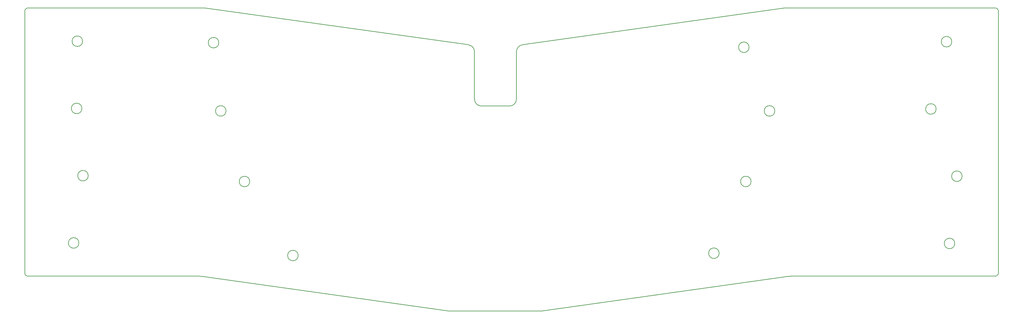
<source format=gbr>
%TF.GenerationSoftware,KiCad,Pcbnew,(5.1.8)-1*%
%TF.CreationDate,2021-05-05T18:46:58+02:00*%
%TF.ProjectId,Annelise,416e6e65-6c69-4736-952e-6b696361645f,rev?*%
%TF.SameCoordinates,Original*%
%TF.FileFunction,Profile,NP*%
%FSLAX46Y46*%
G04 Gerber Fmt 4.6, Leading zero omitted, Abs format (unit mm)*
G04 Created by KiCad (PCBNEW (5.1.8)-1) date 2021-05-05 18:46:58*
%MOMM*%
%LPD*%
G01*
G04 APERTURE LIST*
%TA.AperFunction,Profile*%
%ADD10C,0.200000*%
%TD*%
G04 APERTURE END LIST*
D10*
X168907672Y-99192539D02*
X168907672Y-85636112D01*
X168907674Y-99192540D02*
G75*
G02*
X166907674Y-101192540I-2000000J0D01*
G01*
X158907675Y-101192540D02*
X166907674Y-101192540D01*
X158907675Y-101192540D02*
G75*
G02*
X156907674Y-99192541I-1J2000000D01*
G01*
X156907674Y-85642510D02*
X156907674Y-99192541D01*
X155184576Y-83661774D02*
G75*
G02*
X156907674Y-85642510I-276901J-1980738D01*
G01*
X79715456Y-73111334D02*
X155184577Y-83661774D01*
X79577004Y-73101703D02*
G75*
G02*
X79715456Y-73111334I2J-1000001D01*
G01*
X29219228Y-73101704D02*
X79577005Y-73101705D01*
X28219228Y-74101704D02*
G75*
G02*
X29219228Y-73101704I1000000J0D01*
G01*
X28219228Y-148872253D02*
X28219228Y-74101706D01*
X29219227Y-149872254D02*
G75*
G02*
X28219228Y-148872253I1J1000000D01*
G01*
X78293382Y-149872254D02*
X29219228Y-149872252D01*
X78293382Y-149872253D02*
G75*
G02*
X78989311Y-149920922I0J-5000000D01*
G01*
X149483967Y-159829228D02*
X78989311Y-149920922D01*
X149623153Y-159838961D02*
G75*
G02*
X149483967Y-159829228I-2J1000001D01*
G01*
X176002915Y-159838961D02*
X149623153Y-159838960D01*
X176142091Y-159829229D02*
G75*
G02*
X176002915Y-159838961I-139175J990268D01*
G01*
X246641892Y-149920914D02*
X176142091Y-159829229D01*
X246641894Y-149920916D02*
G75*
G02*
X247337774Y-149872254I695879J-4951339D01*
G01*
X305825228Y-149872253D02*
X247337774Y-149872254D01*
X306825228Y-148872253D02*
G75*
G02*
X305825228Y-149872253I-1000000J0D01*
G01*
X306825227Y-74101704D02*
X306825228Y-148872253D01*
X305825226Y-73101701D02*
G75*
G02*
X306825227Y-74101704I-1J-1000002D01*
G01*
X245747730Y-73101704D02*
X305825226Y-73101703D01*
X245608473Y-73111448D02*
G75*
G02*
X245747730Y-73101704I139257J-990256D01*
G01*
X170629158Y-83655600D02*
X245608473Y-73111448D01*
X168907673Y-85636113D02*
G75*
G02*
X170629158Y-83655600I2000000J1D01*
G01*
X46387978Y-121107702D02*
G75*
G03*
X46387978Y-121107702I-1500000J0D01*
G01*
X235471749Y-84358898D02*
G75*
G03*
X235471749Y-84358898I-1500000J0D01*
G01*
X44577980Y-101866905D02*
G75*
G03*
X44577980Y-101866905I-1500001J0D01*
G01*
X226901702Y-143287165D02*
G75*
G03*
X226901702Y-143287165I-1499999J0D01*
G01*
X106452227Y-143951478D02*
G75*
G03*
X106452227Y-143951478I-1500000J0D01*
G01*
X43720978Y-140347254D02*
G75*
G03*
X43720978Y-140347254I-1500000J0D01*
G01*
X294321477Y-140499065D02*
G75*
G03*
X294321477Y-140499065I-1500000J0D01*
G01*
X242821985Y-102575462D02*
G75*
G03*
X242821985Y-102575462I-1499998J0D01*
G01*
X236040483Y-122765710D02*
G75*
G03*
X236040483Y-122765710I-1500001J0D01*
G01*
X288988974Y-102018715D02*
G75*
G03*
X288988974Y-102018715I-1499998J0D01*
G01*
X44768978Y-82626705D02*
G75*
G03*
X44768978Y-82626705I-1500000J0D01*
G01*
X296418979Y-121259512D02*
G75*
G03*
X296418979Y-121259512I-1500001J0D01*
G01*
X83751002Y-83049482D02*
G75*
G03*
X83751002Y-83049482I-1500000J0D01*
G01*
X92597222Y-122766926D02*
G75*
G03*
X92597222Y-122766926I-1500001J0D01*
G01*
X293466977Y-82777814D02*
G75*
G03*
X293466977Y-82777814I-1500000J0D01*
G01*
X85816211Y-102576928D02*
G75*
G03*
X85816211Y-102576928I-1500000J0D01*
G01*
M02*

</source>
